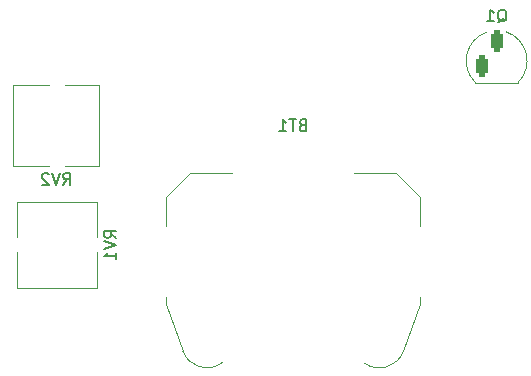
<source format=gbr>
%TF.GenerationSoftware,KiCad,Pcbnew,8.0.7*%
%TF.CreationDate,2025-06-23T15:52:58+10:00*%
%TF.ProjectId,solder,736f6c64-6572-42e6-9b69-6361645f7063,rev?*%
%TF.SameCoordinates,Original*%
%TF.FileFunction,Legend,Bot*%
%TF.FilePolarity,Positive*%
%FSLAX46Y46*%
G04 Gerber Fmt 4.6, Leading zero omitted, Abs format (unit mm)*
G04 Created by KiCad (PCBNEW 8.0.7) date 2025-06-23 15:52:58*
%MOMM*%
%LPD*%
G01*
G04 APERTURE LIST*
G04 Aperture macros list*
%AMRoundRect*
0 Rectangle with rounded corners*
0 $1 Rounding radius*
0 $2 $3 $4 $5 $6 $7 $8 $9 X,Y pos of 4 corners*
0 Add a 4 corners polygon primitive as box body*
4,1,4,$2,$3,$4,$5,$6,$7,$8,$9,$2,$3,0*
0 Add four circle primitives for the rounded corners*
1,1,$1+$1,$2,$3*
1,1,$1+$1,$4,$5*
1,1,$1+$1,$6,$7*
1,1,$1+$1,$8,$9*
0 Add four rect primitives between the rounded corners*
20,1,$1+$1,$2,$3,$4,$5,0*
20,1,$1+$1,$4,$5,$6,$7,0*
20,1,$1+$1,$6,$7,$8,$9,0*
20,1,$1+$1,$8,$9,$2,$3,0*%
G04 Aperture macros list end*
%ADD10C,0.150000*%
%ADD11C,0.120000*%
%ADD12R,1.800000X1.800000*%
%ADD13C,1.800000*%
%ADD14C,1.500000*%
%ADD15C,1.440000*%
%ADD16R,1.270000X5.080000*%
%ADD17C,17.800000*%
%ADD18R,1.100000X1.800000*%
%ADD19RoundRect,0.275000X0.275000X0.625000X-0.275000X0.625000X-0.275000X-0.625000X0.275000X-0.625000X0*%
G04 APERTURE END LIST*
D10*
X122519819Y-97004761D02*
X122043628Y-96671428D01*
X122519819Y-96433333D02*
X121519819Y-96433333D01*
X121519819Y-96433333D02*
X121519819Y-96814285D01*
X121519819Y-96814285D02*
X121567438Y-96909523D01*
X121567438Y-96909523D02*
X121615057Y-96957142D01*
X121615057Y-96957142D02*
X121710295Y-97004761D01*
X121710295Y-97004761D02*
X121853152Y-97004761D01*
X121853152Y-97004761D02*
X121948390Y-96957142D01*
X121948390Y-96957142D02*
X121996009Y-96909523D01*
X121996009Y-96909523D02*
X122043628Y-96814285D01*
X122043628Y-96814285D02*
X122043628Y-96433333D01*
X121519819Y-97290476D02*
X122519819Y-97623809D01*
X122519819Y-97623809D02*
X121519819Y-97957142D01*
X122519819Y-98814285D02*
X122519819Y-98242857D01*
X122519819Y-98528571D02*
X121519819Y-98528571D01*
X121519819Y-98528571D02*
X121662676Y-98433333D01*
X121662676Y-98433333D02*
X121757914Y-98338095D01*
X121757914Y-98338095D02*
X121805533Y-98242857D01*
X118035238Y-92504819D02*
X118368571Y-92028628D01*
X118606666Y-92504819D02*
X118606666Y-91504819D01*
X118606666Y-91504819D02*
X118225714Y-91504819D01*
X118225714Y-91504819D02*
X118130476Y-91552438D01*
X118130476Y-91552438D02*
X118082857Y-91600057D01*
X118082857Y-91600057D02*
X118035238Y-91695295D01*
X118035238Y-91695295D02*
X118035238Y-91838152D01*
X118035238Y-91838152D02*
X118082857Y-91933390D01*
X118082857Y-91933390D02*
X118130476Y-91981009D01*
X118130476Y-91981009D02*
X118225714Y-92028628D01*
X118225714Y-92028628D02*
X118606666Y-92028628D01*
X117749523Y-91504819D02*
X117416190Y-92504819D01*
X117416190Y-92504819D02*
X117082857Y-91504819D01*
X116797142Y-91600057D02*
X116749523Y-91552438D01*
X116749523Y-91552438D02*
X116654285Y-91504819D01*
X116654285Y-91504819D02*
X116416190Y-91504819D01*
X116416190Y-91504819D02*
X116320952Y-91552438D01*
X116320952Y-91552438D02*
X116273333Y-91600057D01*
X116273333Y-91600057D02*
X116225714Y-91695295D01*
X116225714Y-91695295D02*
X116225714Y-91790533D01*
X116225714Y-91790533D02*
X116273333Y-91933390D01*
X116273333Y-91933390D02*
X116844761Y-92504819D01*
X116844761Y-92504819D02*
X116225714Y-92504819D01*
X138285714Y-87431009D02*
X138142857Y-87478628D01*
X138142857Y-87478628D02*
X138095238Y-87526247D01*
X138095238Y-87526247D02*
X138047619Y-87621485D01*
X138047619Y-87621485D02*
X138047619Y-87764342D01*
X138047619Y-87764342D02*
X138095238Y-87859580D01*
X138095238Y-87859580D02*
X138142857Y-87907200D01*
X138142857Y-87907200D02*
X138238095Y-87954819D01*
X138238095Y-87954819D02*
X138619047Y-87954819D01*
X138619047Y-87954819D02*
X138619047Y-86954819D01*
X138619047Y-86954819D02*
X138285714Y-86954819D01*
X138285714Y-86954819D02*
X138190476Y-87002438D01*
X138190476Y-87002438D02*
X138142857Y-87050057D01*
X138142857Y-87050057D02*
X138095238Y-87145295D01*
X138095238Y-87145295D02*
X138095238Y-87240533D01*
X138095238Y-87240533D02*
X138142857Y-87335771D01*
X138142857Y-87335771D02*
X138190476Y-87383390D01*
X138190476Y-87383390D02*
X138285714Y-87431009D01*
X138285714Y-87431009D02*
X138619047Y-87431009D01*
X137761904Y-86954819D02*
X137190476Y-86954819D01*
X137476190Y-87954819D02*
X137476190Y-86954819D01*
X136333333Y-87954819D02*
X136904761Y-87954819D01*
X136619047Y-87954819D02*
X136619047Y-86954819D01*
X136619047Y-86954819D02*
X136714285Y-87097676D01*
X136714285Y-87097676D02*
X136809523Y-87192914D01*
X136809523Y-87192914D02*
X136904761Y-87240533D01*
X154825238Y-78750057D02*
X154920476Y-78702438D01*
X154920476Y-78702438D02*
X155015714Y-78607200D01*
X155015714Y-78607200D02*
X155158571Y-78464342D01*
X155158571Y-78464342D02*
X155253809Y-78416723D01*
X155253809Y-78416723D02*
X155349047Y-78416723D01*
X155301428Y-78654819D02*
X155396666Y-78607200D01*
X155396666Y-78607200D02*
X155491904Y-78511961D01*
X155491904Y-78511961D02*
X155539523Y-78321485D01*
X155539523Y-78321485D02*
X155539523Y-77988152D01*
X155539523Y-77988152D02*
X155491904Y-77797676D01*
X155491904Y-77797676D02*
X155396666Y-77702438D01*
X155396666Y-77702438D02*
X155301428Y-77654819D01*
X155301428Y-77654819D02*
X155110952Y-77654819D01*
X155110952Y-77654819D02*
X155015714Y-77702438D01*
X155015714Y-77702438D02*
X154920476Y-77797676D01*
X154920476Y-77797676D02*
X154872857Y-77988152D01*
X154872857Y-77988152D02*
X154872857Y-78321485D01*
X154872857Y-78321485D02*
X154920476Y-78511961D01*
X154920476Y-78511961D02*
X155015714Y-78607200D01*
X155015714Y-78607200D02*
X155110952Y-78654819D01*
X155110952Y-78654819D02*
X155301428Y-78654819D01*
X153920476Y-78654819D02*
X154491904Y-78654819D01*
X154206190Y-78654819D02*
X154206190Y-77654819D01*
X154206190Y-77654819D02*
X154301428Y-77797676D01*
X154301428Y-77797676D02*
X154396666Y-77892914D01*
X154396666Y-77892914D02*
X154491904Y-77940533D01*
D11*
%TO.C,RV1*%
X114095000Y-93980000D02*
X114095000Y-96890000D01*
X114095000Y-93980000D02*
X120935000Y-93980000D01*
X114095000Y-98190000D02*
X114095000Y-101220000D01*
X114095000Y-101220000D02*
X120935000Y-101220000D01*
X120935000Y-93980000D02*
X120935000Y-96890000D01*
X120935000Y-98190000D02*
X120935000Y-101220000D01*
%TO.C,RV2*%
X113820000Y-84080000D02*
X113820000Y-90920000D01*
X116850000Y-84080000D02*
X113820000Y-84080000D01*
X116850000Y-90920000D02*
X113820000Y-90920000D01*
X121060000Y-84080000D02*
X118150000Y-84080000D01*
X121060000Y-84080000D02*
X121060000Y-90920000D01*
X121060000Y-90920000D02*
X118150000Y-90920000D01*
%TO.C,BT1*%
X126720000Y-93540000D02*
X128800000Y-91460000D01*
X126720000Y-96000000D02*
X126720000Y-93540000D01*
X126720000Y-102630000D02*
X126720000Y-102000000D01*
X128160000Y-106580000D02*
X126720000Y-102630000D01*
X132300000Y-91460000D02*
X128800000Y-91460000D01*
X146200000Y-91460000D02*
X142700000Y-91460000D01*
X146840000Y-106580000D02*
X148280000Y-102630000D01*
X148280000Y-93540000D02*
X146200000Y-91460000D01*
X148280000Y-96000000D02*
X148280000Y-93540000D01*
X148280000Y-102630000D02*
X148280000Y-102000000D01*
X131500000Y-107550000D02*
G75*
G02*
X128174757Y-106588169I-1310000J1700000D01*
G01*
X146840000Y-106580000D02*
G75*
G02*
X143503354Y-107566530I-2030000J730001D01*
G01*
%TO.C,Q1*%
X152930000Y-83850000D02*
X156530000Y-83850000D01*
X152921555Y-83827684D02*
G75*
G02*
X153950000Y-79550000I1808445J1827684D01*
G01*
X155550000Y-79550000D02*
G75*
G02*
X156541453Y-83842156I-820000J-2450000D01*
G01*
%TD*%
%LPC*%
D12*
%TO.C,D1*%
X149500000Y-69000000D03*
D13*
X152040000Y-69000000D03*
%TD*%
D14*
%TO.C,R1*%
X155550000Y-99060000D03*
X155550000Y-95660000D03*
%TD*%
D15*
%TO.C,RV1*%
X114975000Y-97540000D03*
X117515000Y-95000000D03*
X120055000Y-97540000D03*
%TD*%
%TO.C,RV2*%
X117500000Y-84960000D03*
X120040000Y-87500000D03*
X117500000Y-90040000D03*
%TD*%
D16*
%TO.C,BT1*%
X148485000Y-99000000D03*
X126515000Y-99000000D03*
D17*
X137500000Y-99000000D03*
%TD*%
D18*
%TO.C,Q1*%
X156000000Y-82400000D03*
D19*
X154730000Y-80330000D03*
X153460000Y-82400000D03*
%TD*%
%LPD*%
M02*

</source>
